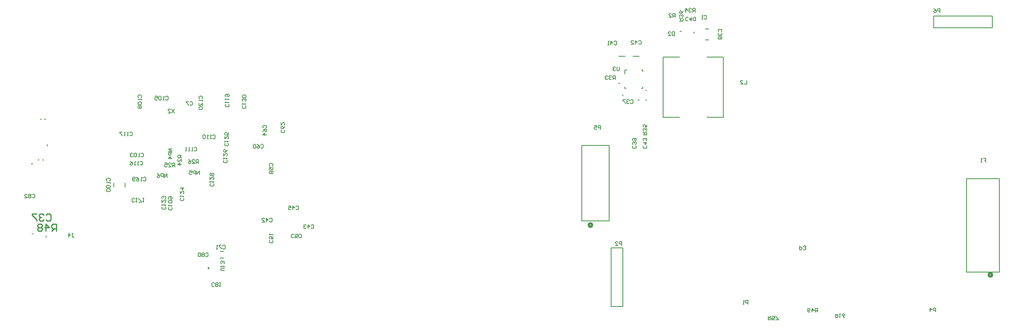
<source format=gbo>
G04*
G04 #@! TF.GenerationSoftware,Altium Limited,Altium Designer,21.6.4 (81)*
G04*
G04 Layer_Color=32896*
%FSLAX25Y25*%
%MOIN*%
G70*
G04*
G04 #@! TF.SameCoordinates,EA33D638-3998-4E8D-B273-0A36DB5C1B2A*
G04*
G04*
G04 #@! TF.FilePolarity,Positive*
G04*
G01*
G75*
%ADD51C,0.02000*%
%ADD54C,0.01000*%
%ADD149C,0.00600*%
%ADD150C,0.00984*%
%ADD152C,0.00787*%
D51*
X1012135Y143800D02*
G03*
X1012135Y143800I-1500J0D01*
G01*
X671135Y186250D02*
G03*
X671135Y186250I-1500J0D01*
G01*
D54*
X214430Y181100D02*
Y187098D01*
X211431D01*
X210431Y186098D01*
Y184099D01*
X211431Y183099D01*
X214430D01*
X212431D02*
X210431Y181100D01*
X205433D02*
Y187098D01*
X208432Y184099D01*
X204433D01*
X202434Y186098D02*
X201434Y187098D01*
X199435D01*
X198435Y186098D01*
Y185099D01*
X199435Y184099D01*
X198435Y183099D01*
Y182100D01*
X199435Y181100D01*
X201434D01*
X202434Y182100D01*
Y183099D01*
X201434Y184099D01*
X202434Y185099D01*
Y186098D01*
X201434Y184099D02*
X199435D01*
X205531Y194698D02*
X206531Y195698D01*
X208530D01*
X209530Y194698D01*
Y190700D01*
X208530Y189700D01*
X206531D01*
X205531Y190700D01*
X203532Y194698D02*
X202532Y195698D01*
X200533D01*
X199533Y194698D01*
Y193699D01*
X200533Y192699D01*
X201533D01*
X200533D01*
X199533Y191699D01*
Y190700D01*
X200533Y189700D01*
X202532D01*
X203532Y190700D01*
X197534Y195698D02*
X193535D01*
Y194698D01*
X197534Y190700D01*
Y189700D01*
D149*
X768785Y329522D02*
X782883D01*
X731483Y278122D02*
Y329522D01*
X745581D01*
X782883Y278122D02*
Y329522D01*
X768785Y278122D02*
X782883D01*
X731483D02*
X745581D01*
X990135Y146300D02*
Y225800D01*
X1018135D01*
Y146300D02*
Y225800D01*
X990135Y146300D02*
X1018135D01*
X662435Y254300D02*
X685735D01*
X662435Y189800D02*
Y254300D01*
Y189800D02*
X685735D01*
Y254300D01*
X821370Y108649D02*
Y105450D01*
X822969D01*
X823502Y105983D01*
Y107050D01*
X822969Y107583D01*
X821370D01*
X822436D02*
X823502Y108649D01*
X826701Y105450D02*
X824569D01*
Y107050D01*
X825635Y106517D01*
X826168D01*
X826701Y107050D01*
Y108116D01*
X826168Y108649D01*
X825102D01*
X824569Y108116D01*
X827768Y105450D02*
X829900D01*
Y105983D01*
X827768Y108116D01*
Y108649D01*
X863335Y112050D02*
Y115249D01*
X861736D01*
X861202Y114716D01*
Y113649D01*
X861736Y113116D01*
X863335D01*
X862269D02*
X861202Y112050D01*
X858537D02*
Y115249D01*
X860136Y113649D01*
X858003D01*
X856937Y112583D02*
X856404Y112050D01*
X855338D01*
X854805Y112583D01*
Y114716D01*
X855338Y115249D01*
X856404D01*
X856937Y114716D01*
Y114182D01*
X856404Y113649D01*
X854805D01*
X878636Y110649D02*
Y107450D01*
X880236D01*
X880769Y107983D01*
Y109050D01*
X880236Y109583D01*
X878636D01*
X879703D02*
X880769Y110649D01*
X881835D02*
X882902D01*
X882368D01*
Y107450D01*
X881835Y107983D01*
X886634Y107450D02*
X885567Y107983D01*
X884501Y109050D01*
Y110116D01*
X885034Y110649D01*
X886101D01*
X886634Y110116D01*
Y109583D01*
X886101Y109050D01*
X884501D01*
X1004635Y243149D02*
X1006768D01*
Y241550D01*
X1005701D01*
X1006768D01*
Y239950D01*
X1003569D02*
X1002502D01*
X1003036D01*
Y243149D01*
X1003569Y242616D01*
X694301Y321149D02*
Y318483D01*
X693768Y317950D01*
X692701D01*
X692168Y318483D01*
Y321149D01*
X691102Y320616D02*
X690569Y321149D01*
X689502D01*
X688969Y320616D01*
Y320083D01*
X689502Y319550D01*
X690035D01*
X689502D01*
X688969Y319017D01*
Y318483D01*
X689502Y317950D01*
X690569D01*
X691102Y318483D01*
X745536Y360284D02*
X748735D01*
Y361884D01*
X748201Y362417D01*
X747135D01*
X746602Y361884D01*
Y360284D01*
Y361351D02*
X745536Y362417D01*
X748201Y363483D02*
X748735Y364017D01*
Y365083D01*
X748201Y365616D01*
X747668D01*
X747135Y365083D01*
Y364550D01*
Y365083D01*
X746602Y365616D01*
X746069D01*
X745536Y365083D01*
Y364017D01*
X746069Y363483D01*
X748735Y368815D02*
X748201Y367749D01*
X747135Y366682D01*
X746069D01*
X745536Y367215D01*
Y368282D01*
X746069Y368815D01*
X746602D01*
X747135Y368282D01*
Y366682D01*
X714536Y263284D02*
X717734D01*
Y264884D01*
X717201Y265417D01*
X716135D01*
X715602Y264884D01*
Y263284D01*
Y264351D02*
X714536Y265417D01*
X717201Y266483D02*
X717734Y267017D01*
Y268083D01*
X717201Y268616D01*
X716668D01*
X716135Y268083D01*
Y267550D01*
Y268083D01*
X715602Y268616D01*
X715069D01*
X714536Y268083D01*
Y267017D01*
X715069Y266483D01*
X717734Y271815D02*
Y269682D01*
X716135D01*
X716668Y270749D01*
Y271282D01*
X716135Y271815D01*
X715069D01*
X714536Y271282D01*
Y270216D01*
X715069Y269682D01*
X758900Y367950D02*
Y371149D01*
X757301D01*
X756768Y370616D01*
Y369550D01*
X757301Y369017D01*
X758900D01*
X757834D02*
X756768Y367950D01*
X755701Y370616D02*
X755168Y371149D01*
X754102D01*
X753569Y370616D01*
Y370083D01*
X754102Y369550D01*
X754635D01*
X754102D01*
X753569Y369017D01*
Y368483D01*
X754102Y367950D01*
X755168D01*
X755701Y368483D01*
X750903Y367950D02*
Y371149D01*
X752502Y369550D01*
X750370D01*
X690900Y310450D02*
Y313649D01*
X689301D01*
X688768Y313116D01*
Y312050D01*
X689301Y311516D01*
X690900D01*
X689834D02*
X688768Y310450D01*
X687701Y313116D02*
X687168Y313649D01*
X686102D01*
X685569Y313116D01*
Y312583D01*
X686102Y312050D01*
X686635D01*
X686102D01*
X685569Y311516D01*
Y310983D01*
X686102Y310450D01*
X687168D01*
X687701Y310983D01*
X684502Y313116D02*
X683969Y313649D01*
X682903D01*
X682370Y313116D01*
Y312583D01*
X682903Y312050D01*
X683436D01*
X682903D01*
X682370Y311516D01*
Y310983D01*
X682903Y310450D01*
X683969D01*
X684502Y310983D01*
X741801Y363450D02*
Y366649D01*
X740201D01*
X739668Y366116D01*
Y365050D01*
X740201Y364516D01*
X741801D01*
X740734D02*
X739668Y363450D01*
X736469D02*
X738602D01*
X736469Y365583D01*
Y366116D01*
X737002Y366649D01*
X738069D01*
X738602Y366116D01*
X967735Y367650D02*
Y370849D01*
X966136D01*
X965602Y370316D01*
Y369249D01*
X966136Y368716D01*
X967735D01*
X962403Y370849D02*
X963470Y370316D01*
X964536Y369249D01*
Y368183D01*
X964003Y367650D01*
X962937D01*
X962403Y368183D01*
Y368716D01*
X962937Y369249D01*
X964536D01*
X678301Y267950D02*
Y271149D01*
X676701D01*
X676168Y270616D01*
Y269550D01*
X676701Y269017D01*
X678301D01*
X672969Y271149D02*
X675102D01*
Y269550D01*
X674036Y270083D01*
X673502D01*
X672969Y269550D01*
Y268483D01*
X673502Y267950D01*
X674569D01*
X675102Y268483D01*
X964041Y112450D02*
Y115649D01*
X962442D01*
X961908Y115116D01*
Y114050D01*
X962442Y113516D01*
X964041D01*
X959243Y112450D02*
Y115649D01*
X960842Y114050D01*
X958709D01*
X847969Y168460D02*
Y165261D01*
X849569D01*
X850102Y165794D01*
Y166861D01*
X849569Y167394D01*
X847969D01*
X851168Y165794D02*
X851701Y165261D01*
X852768D01*
X853301Y165794D01*
Y166328D01*
X852768Y166861D01*
X852234D01*
X852768D01*
X853301Y167394D01*
Y167927D01*
X852768Y168460D01*
X851701D01*
X851168Y167927D01*
X696301Y168950D02*
Y172149D01*
X694701D01*
X694168Y171616D01*
Y170550D01*
X694701Y170017D01*
X696301D01*
X690969Y168950D02*
X693102D01*
X690969Y171083D01*
Y171616D01*
X691502Y172149D01*
X692569D01*
X693102Y171616D01*
X803890Y118852D02*
Y122051D01*
X802290D01*
X801757Y121518D01*
Y120451D01*
X802290Y119918D01*
X803890D01*
X800691Y118852D02*
X799624D01*
X800158D01*
Y122051D01*
X800691Y121518D01*
X802801Y309649D02*
Y306450D01*
X800668D01*
X797469D02*
X799602D01*
X797469Y308583D01*
Y309116D01*
X798002Y309649D01*
X799069D01*
X799602Y309116D01*
X741301Y351149D02*
Y347950D01*
X739701D01*
X739168Y348483D01*
Y350616D01*
X739701Y351149D01*
X741301D01*
X735969Y347950D02*
X738102D01*
X735969Y350083D01*
Y350616D01*
X736502Y351149D01*
X737569D01*
X738102Y350616D01*
X717201Y253917D02*
X717734Y253384D01*
Y252318D01*
X717201Y251784D01*
X715069D01*
X714536Y252318D01*
Y253384D01*
X715069Y253917D01*
X714536Y256583D02*
X717734D01*
X716135Y254983D01*
Y257116D01*
X717201Y258182D02*
X717734Y258716D01*
Y259782D01*
X717201Y260315D01*
X716668D01*
X716135Y259782D01*
Y259249D01*
Y259782D01*
X715602Y260315D01*
X715069D01*
X714536Y259782D01*
Y258716D01*
X715069Y258182D01*
X710768Y343116D02*
X711301Y343649D01*
X712367D01*
X712900Y343116D01*
Y340983D01*
X712367Y340450D01*
X711301D01*
X710768Y340983D01*
X708102Y340450D02*
Y343649D01*
X709701Y342050D01*
X707569D01*
X704370Y340450D02*
X706502D01*
X704370Y342583D01*
Y343116D01*
X704903Y343649D01*
X705969D01*
X706502Y343116D01*
X689735Y342616D02*
X690268Y343149D01*
X691334D01*
X691867Y342616D01*
Y340483D01*
X691334Y339950D01*
X690268D01*
X689735Y340483D01*
X687069Y339950D02*
Y343149D01*
X688668Y341550D01*
X686536D01*
X685469Y339950D02*
X684403D01*
X684936D01*
Y343149D01*
X685469Y342616D01*
X753002Y360983D02*
X752469Y360450D01*
X751403D01*
X750870Y360983D01*
Y363116D01*
X751403Y363649D01*
X752469D01*
X753002Y363116D01*
X755668Y363649D02*
Y360450D01*
X754069Y362050D01*
X756201D01*
X757268Y360983D02*
X757801Y360450D01*
X758867D01*
X759400Y360983D01*
Y363116D01*
X758867Y363649D01*
X757801D01*
X757268Y363116D01*
Y360983D01*
X708201Y253917D02*
X708735Y253384D01*
Y252318D01*
X708201Y251784D01*
X706069D01*
X705536Y252318D01*
Y253384D01*
X706069Y253917D01*
X708201Y254983D02*
X708735Y255517D01*
Y256583D01*
X708201Y257116D01*
X707668D01*
X707135Y256583D01*
Y256050D01*
Y256583D01*
X706602Y257116D01*
X706069D01*
X705536Y256583D01*
Y255517D01*
X706069Y254983D01*
Y258182D02*
X705536Y258716D01*
Y259782D01*
X706069Y260315D01*
X708201D01*
X708735Y259782D01*
Y258716D01*
X708201Y258182D01*
X707668D01*
X707135Y258716D01*
Y260315D01*
X779069Y351182D02*
X778536Y351715D01*
Y352782D01*
X779069Y353315D01*
X781201D01*
X781735Y352782D01*
Y351715D01*
X781201Y351182D01*
X779069Y350116D02*
X778536Y349583D01*
Y348517D01*
X779069Y347983D01*
X779602D01*
X780135Y348517D01*
Y349050D01*
Y348517D01*
X780668Y347983D01*
X781201D01*
X781735Y348517D01*
Y349583D01*
X781201Y350116D01*
X779069Y346917D02*
X778536Y346384D01*
Y345318D01*
X779069Y344784D01*
X779602D01*
X780135Y345318D01*
X780668Y344784D01*
X781201D01*
X781735Y345318D01*
Y346384D01*
X781201Y346917D01*
X780668D01*
X780135Y346384D01*
X779602Y346917D01*
X779069D01*
X780135Y346384D02*
Y345318D01*
X703768Y292616D02*
X704301Y293149D01*
X705367D01*
X705900Y292616D01*
Y290483D01*
X705367Y289950D01*
X704301D01*
X703768Y290483D01*
X702701Y292616D02*
X702168Y293149D01*
X701102D01*
X700569Y292616D01*
Y292083D01*
X701102Y291550D01*
X701635D01*
X701102D01*
X700569Y291017D01*
Y290483D01*
X701102Y289950D01*
X702168D01*
X702701Y290483D01*
X699502Y293149D02*
X697370D01*
Y292616D01*
X699502Y290483D01*
Y289950D01*
X766635Y364616D02*
X767168Y365149D01*
X768234D01*
X768768Y364616D01*
Y362483D01*
X768234Y361950D01*
X767168D01*
X766635Y362483D01*
X765569Y361950D02*
X764502D01*
X765035D01*
Y365149D01*
X765569Y364616D01*
X314796Y285100D02*
X312663Y281901D01*
Y285100D02*
X314796Y281901D01*
X309464D02*
X311597D01*
X309464Y284033D01*
Y284566D01*
X309997Y285100D01*
X311064D01*
X311597Y284566D01*
X328163Y291066D02*
X328696Y291599D01*
X329763D01*
X330296Y291066D01*
Y288934D01*
X329763Y288401D01*
X328696D01*
X328163Y288934D01*
X327097Y291599D02*
X324964D01*
Y291066D01*
X327097Y288934D01*
Y288401D01*
X193763Y212066D02*
X194296Y212599D01*
X195362D01*
X195895Y212066D01*
Y209934D01*
X195362Y209401D01*
X194296D01*
X193763Y209934D01*
X192696Y212066D02*
X192163Y212599D01*
X191097D01*
X190564Y212066D01*
Y211533D01*
X191097Y211000D01*
X190564Y210467D01*
Y209934D01*
X191097Y209401D01*
X192163D01*
X192696Y209934D01*
Y210467D01*
X192163Y211000D01*
X192696Y211533D01*
Y212066D01*
X192163Y211000D02*
X191097D01*
X187365Y209401D02*
X189497D01*
X187365Y211533D01*
Y212066D01*
X187898Y212599D01*
X188964D01*
X189497Y212066D01*
X357729Y147375D02*
X355064D01*
X354531Y147908D01*
Y148975D01*
X355064Y149508D01*
X357729D01*
X354531Y150574D02*
Y151641D01*
Y151107D01*
X357729D01*
X357196Y150574D01*
Y153240D02*
X357729Y153773D01*
Y154840D01*
X357196Y155373D01*
X356663D01*
X356130Y154840D01*
Y154306D01*
Y154840D01*
X355597Y155373D01*
X355064D01*
X354531Y154840D01*
Y153773D01*
X355064Y153240D01*
X281013Y206434D02*
X280480Y205901D01*
X279414D01*
X278880Y206434D01*
Y208566D01*
X279414Y209100D01*
X280480D01*
X281013Y208566D01*
X282079Y209100D02*
X283146D01*
X282613D01*
Y205901D01*
X282079Y206434D01*
X284745Y205901D02*
X286878D01*
Y206434D01*
X284745Y208566D01*
Y209100D01*
X287944D02*
X289011D01*
X288477D01*
Y205901D01*
X287944Y206434D01*
X288411Y226566D02*
X288944Y227099D01*
X290010D01*
X290544Y226566D01*
Y224434D01*
X290010Y223901D01*
X288944D01*
X288411Y224434D01*
X287345Y223901D02*
X286278D01*
X286811D01*
Y227099D01*
X287345Y226566D01*
X282546Y227099D02*
X283613Y226566D01*
X284679Y225500D01*
Y224434D01*
X284146Y223901D01*
X283079D01*
X282546Y224434D01*
Y224967D01*
X283079Y225500D01*
X284679D01*
X281480Y224434D02*
X280947Y223901D01*
X279880D01*
X279347Y224434D01*
Y226566D01*
X279880Y227099D01*
X280947D01*
X281480Y226566D01*
Y226033D01*
X280947Y225500D01*
X279347D01*
X335395Y238900D02*
Y242099D01*
X333796D01*
X333263Y241566D01*
Y240500D01*
X333796Y239967D01*
X335395D01*
X334329D02*
X333263Y238900D01*
X330064D02*
X332196D01*
X330064Y241033D01*
Y241566D01*
X330597Y242099D01*
X331663D01*
X332196Y241566D01*
X326865Y242099D02*
X327931Y241566D01*
X328997Y240500D01*
Y239434D01*
X328464Y238900D01*
X327398D01*
X326865Y239434D01*
Y239967D01*
X327398Y240500D01*
X328997D01*
X315211Y235900D02*
Y239100D01*
X313611D01*
X313078Y238566D01*
Y237500D01*
X313611Y236967D01*
X315211D01*
X314144D02*
X313078Y235900D01*
X309879D02*
X312012D01*
X309879Y238033D01*
Y238566D01*
X310412Y239100D01*
X311479D01*
X312012Y238566D01*
X306680Y239100D02*
X308813D01*
Y237500D01*
X307747Y238033D01*
X307213D01*
X306680Y237500D01*
Y236434D01*
X307213Y235900D01*
X308280D01*
X308813Y236434D01*
X321045Y245765D02*
X317846D01*
Y244166D01*
X318379Y243633D01*
X319445D01*
X319979Y244166D01*
Y245765D01*
Y244699D02*
X321045Y243633D01*
Y240434D02*
Y242566D01*
X318912Y240434D01*
X318379D01*
X317846Y240967D01*
Y242033D01*
X318379Y242566D01*
X321045Y237768D02*
X317846D01*
X319445Y239367D01*
Y237235D01*
X308711Y226901D02*
Y230100D01*
X306578Y226901D01*
Y230100D01*
X305512Y226901D02*
Y230100D01*
X303912D01*
X303379Y229566D01*
Y228500D01*
X303912Y227967D01*
X305512D01*
X300180Y230100D02*
X301247Y229566D01*
X302313Y228500D01*
Y227434D01*
X301780Y226901D01*
X300713D01*
X300180Y227434D01*
Y227967D01*
X300713Y228500D01*
X302313D01*
X336211Y229400D02*
Y232599D01*
X334078Y229400D01*
Y232599D01*
X333012Y229400D02*
Y232599D01*
X331412D01*
X330879Y232066D01*
Y231000D01*
X331412Y230467D01*
X333012D01*
X327680Y232599D02*
X329813D01*
Y231000D01*
X328747Y231533D01*
X328213D01*
X327680Y231000D01*
Y229934D01*
X328213Y229400D01*
X329280D01*
X329813Y229934D01*
X313045Y251265D02*
X309846D01*
X313045Y249133D01*
X309846D01*
X313045Y248066D02*
X309846D01*
Y246467D01*
X310379Y245934D01*
X311445D01*
X311979Y246467D01*
Y248066D01*
X313045Y243268D02*
X309846D01*
X311445Y244867D01*
Y242735D01*
X227479Y179100D02*
X228545D01*
X228012D01*
Y176434D01*
X228545Y175900D01*
X229078D01*
X229611Y176434D01*
X224813Y175900D02*
Y179100D01*
X226412Y177500D01*
X224280D01*
X375512Y288035D02*
X376045Y287501D01*
Y286435D01*
X375512Y285902D01*
X373379D01*
X372846Y286435D01*
Y287501D01*
X373379Y288035D01*
X372846Y289101D02*
Y290167D01*
Y289634D01*
X376045D01*
X375512Y289101D01*
Y291767D02*
X376045Y292300D01*
Y293366D01*
X375512Y293899D01*
X374979D01*
X374446Y293366D01*
Y292833D01*
Y293366D01*
X373912Y293899D01*
X373379D01*
X372846Y293366D01*
Y292300D01*
X373379Y291767D01*
X375512Y294966D02*
X376045Y295499D01*
Y296565D01*
X375512Y297098D01*
X373379D01*
X372846Y296565D01*
Y295499D01*
X373379Y294966D01*
X375512D01*
X348012Y221534D02*
X348545Y221001D01*
Y219935D01*
X348012Y219402D01*
X345879D01*
X345346Y219935D01*
Y221001D01*
X345879Y221534D01*
X345346Y222601D02*
Y223667D01*
Y223134D01*
X348545D01*
X348012Y222601D01*
X345346Y227399D02*
Y225267D01*
X347479Y227399D01*
X348012D01*
X348545Y226866D01*
Y225800D01*
X348012Y225267D01*
Y228466D02*
X348545Y228999D01*
Y230065D01*
X348012Y230598D01*
X347479D01*
X346946Y230065D01*
X346412Y230598D01*
X345879D01*
X345346Y230065D01*
Y228999D01*
X345879Y228466D01*
X346412D01*
X346946Y228999D01*
X347479Y228466D01*
X348012D01*
X346946Y228999D02*
Y230065D01*
X359512Y241534D02*
X360045Y241001D01*
Y239935D01*
X359512Y239402D01*
X357379D01*
X356846Y239935D01*
Y241001D01*
X357379Y241534D01*
X356846Y242601D02*
Y243667D01*
Y243134D01*
X360045D01*
X359512Y242601D01*
X356846Y247399D02*
Y245267D01*
X358979Y247399D01*
X359512D01*
X360045Y246866D01*
Y245800D01*
X359512Y245267D01*
X360045Y250598D02*
X359512Y249532D01*
X358446Y248465D01*
X357379D01*
X356846Y248999D01*
Y250065D01*
X357379Y250598D01*
X357912D01*
X358446Y250065D01*
Y248465D01*
X360512Y256034D02*
X361045Y255501D01*
Y254435D01*
X360512Y253902D01*
X358379D01*
X357846Y254435D01*
Y255501D01*
X358379Y256034D01*
X357846Y257101D02*
Y258167D01*
Y257634D01*
X361045D01*
X360512Y257101D01*
X357846Y261899D02*
Y259767D01*
X359979Y261899D01*
X360512D01*
X361045Y261366D01*
Y260300D01*
X360512Y259767D01*
X361045Y265098D02*
Y262965D01*
X359446D01*
X359979Y264032D01*
Y264565D01*
X359446Y265098D01*
X358379D01*
X357846Y264565D01*
Y263499D01*
X358379Y262965D01*
X322512Y209353D02*
X323045Y208820D01*
Y207754D01*
X322512Y207221D01*
X320379D01*
X319846Y207754D01*
Y208820D01*
X320379Y209353D01*
X319846Y210420D02*
Y211486D01*
Y210953D01*
X323045D01*
X322512Y210420D01*
X319846Y215218D02*
Y213086D01*
X321979Y215218D01*
X322512D01*
X323045Y214685D01*
Y213619D01*
X322512Y213086D01*
X319846Y217884D02*
X323045D01*
X321445Y216284D01*
Y218417D01*
X307012Y201853D02*
X307545Y201320D01*
Y200254D01*
X307012Y199721D01*
X304879D01*
X304346Y200254D01*
Y201320D01*
X304879Y201853D01*
X304346Y202920D02*
Y203986D01*
Y203453D01*
X307545D01*
X307012Y202920D01*
X304346Y207718D02*
Y205586D01*
X306479Y207718D01*
X307012D01*
X307545Y207185D01*
Y206119D01*
X307012Y205586D01*
Y208784D02*
X307545Y209318D01*
Y210384D01*
X307012Y210917D01*
X306479D01*
X305945Y210384D01*
Y209851D01*
Y210384D01*
X305412Y210917D01*
X304879D01*
X304346Y210384D01*
Y209318D01*
X304879Y208784D01*
X336379Y293966D02*
X335846Y294499D01*
Y295565D01*
X336379Y296098D01*
X338512D01*
X339045Y295565D01*
Y294499D01*
X338512Y293966D01*
X339045Y292899D02*
Y291833D01*
Y292366D01*
X335846D01*
X336379Y292899D01*
X339045Y288101D02*
Y290233D01*
X336912Y288101D01*
X336379D01*
X335846Y288634D01*
Y289700D01*
X336379Y290233D01*
Y287035D02*
X335846Y286501D01*
Y285435D01*
X336379Y284902D01*
X338512D01*
X339045Y285435D01*
Y286501D01*
X338512Y287035D01*
X336379D01*
X361012Y289301D02*
X361545Y288768D01*
Y287702D01*
X361012Y287168D01*
X358879D01*
X358346Y287702D01*
Y288768D01*
X358879Y289301D01*
X358346Y290367D02*
Y291434D01*
Y290900D01*
X361545D01*
X361012Y290367D01*
X358346Y293033D02*
Y294099D01*
Y293566D01*
X361545D01*
X361012Y293033D01*
X358879Y295699D02*
X358346Y296232D01*
Y297299D01*
X358879Y297832D01*
X361012D01*
X361545Y297299D01*
Y296232D01*
X361012Y295699D01*
X360479D01*
X359946Y296232D01*
Y297832D01*
X276829Y265066D02*
X277362Y265599D01*
X278428D01*
X278961Y265066D01*
Y262934D01*
X278428Y262401D01*
X277362D01*
X276829Y262934D01*
X275763Y262401D02*
X274696D01*
X275229D01*
Y265599D01*
X275763Y265066D01*
X273097Y262401D02*
X272030D01*
X272564D01*
Y265599D01*
X273097Y265066D01*
X270431Y265599D02*
X268298D01*
Y265066D01*
X270431Y262934D01*
Y262401D01*
X285644Y240066D02*
X286178Y240599D01*
X287244D01*
X287777Y240066D01*
Y237934D01*
X287244Y237401D01*
X286178D01*
X285644Y237934D01*
X284578Y237401D02*
X283512D01*
X284045D01*
Y240599D01*
X284578Y240066D01*
X281912Y237401D02*
X280846D01*
X281379D01*
Y240599D01*
X281912Y240066D01*
X277114Y240599D02*
X278180Y240066D01*
X279246Y239000D01*
Y237934D01*
X278713Y237401D01*
X277647D01*
X277114Y237934D01*
Y238467D01*
X277647Y239000D01*
X279246D01*
X331796Y252066D02*
X332329Y252600D01*
X333395D01*
X333928Y252066D01*
Y249934D01*
X333395Y249400D01*
X332329D01*
X331796Y249934D01*
X330729Y249400D02*
X329663D01*
X330196D01*
Y252600D01*
X330729Y252066D01*
X328064Y249400D02*
X326997D01*
X327530D01*
Y252600D01*
X328064Y252066D01*
X325398Y249400D02*
X324331D01*
X324865D01*
Y252600D01*
X325398Y252066D01*
X347644Y262566D02*
X348178Y263100D01*
X349244D01*
X349777Y262566D01*
Y260434D01*
X349244Y259900D01*
X348178D01*
X347644Y260434D01*
X346578Y259900D02*
X345512D01*
X346045D01*
Y263100D01*
X346578Y262566D01*
X343912Y259900D02*
X342846D01*
X343379D01*
Y263100D01*
X343912Y262566D01*
X341247D02*
X340713Y263100D01*
X339647D01*
X339114Y262566D01*
Y260434D01*
X339647Y259900D01*
X340713D01*
X341247Y260434D01*
Y262566D01*
X312512Y201353D02*
X313045Y200820D01*
Y199754D01*
X312512Y199221D01*
X310379D01*
X309846Y199754D01*
Y200820D01*
X310379Y201353D01*
X309846Y202420D02*
Y203486D01*
Y202953D01*
X313045D01*
X312512Y202420D01*
Y205085D02*
X313045Y205619D01*
Y206685D01*
X312512Y207218D01*
X310379D01*
X309846Y206685D01*
Y205619D01*
X310379Y205085D01*
X312512D01*
X310379Y208284D02*
X309846Y208818D01*
Y209884D01*
X310379Y210417D01*
X312512D01*
X313045Y209884D01*
Y208818D01*
X312512Y208284D01*
X311979D01*
X311445Y208818D01*
Y210417D01*
X284379Y294966D02*
X283846Y295499D01*
Y296565D01*
X284379Y297098D01*
X286512D01*
X287045Y296565D01*
Y295499D01*
X286512Y294966D01*
X287045Y293899D02*
Y292833D01*
Y293366D01*
X283846D01*
X284379Y293899D01*
Y291233D02*
X283846Y290700D01*
Y289634D01*
X284379Y289101D01*
X286512D01*
X287045Y289634D01*
Y290700D01*
X286512Y291233D01*
X284379D01*
Y288035D02*
X283846Y287501D01*
Y286435D01*
X284379Y285902D01*
X284912D01*
X285445Y286435D01*
X285979Y285902D01*
X286512D01*
X287045Y286435D01*
Y287501D01*
X286512Y288035D01*
X285979D01*
X285445Y287501D01*
X284912Y288035D01*
X284379D01*
X285445Y287501D02*
Y286435D01*
X307411Y295566D02*
X307944Y296099D01*
X309011D01*
X309544Y295566D01*
Y293434D01*
X309011Y292900D01*
X307944D01*
X307411Y293434D01*
X306345Y292900D02*
X305278D01*
X305812D01*
Y296099D01*
X306345Y295566D01*
X303679D02*
X303146Y296099D01*
X302079D01*
X301546Y295566D01*
Y293434D01*
X302079Y292900D01*
X303146D01*
X303679Y293434D01*
Y295566D01*
X298347Y296099D02*
X300480D01*
Y294500D01*
X299414Y295033D01*
X298880D01*
X298347Y294500D01*
Y293434D01*
X298880Y292900D01*
X299947D01*
X300480Y293434D01*
X286411Y247066D02*
X286944Y247600D01*
X288011D01*
X288544Y247066D01*
Y244934D01*
X288011Y244401D01*
X286944D01*
X286411Y244934D01*
X285345Y244401D02*
X284278D01*
X284811D01*
Y247600D01*
X285345Y247066D01*
X282679D02*
X282146Y247600D01*
X281079D01*
X280546Y247066D01*
Y244934D01*
X281079Y244401D01*
X282146D01*
X282679Y244934D01*
Y247066D01*
X279480D02*
X278947Y247600D01*
X277880D01*
X277347Y247066D01*
Y246533D01*
X277880Y246000D01*
X278414D01*
X277880D01*
X277347Y245467D01*
Y244934D01*
X277880Y244401D01*
X278947D01*
X279480Y244934D01*
X257564Y223966D02*
X257030Y224499D01*
Y225565D01*
X257564Y226098D01*
X259696D01*
X260229Y225565D01*
Y224499D01*
X259696Y223966D01*
X260229Y222899D02*
Y221833D01*
Y222366D01*
X257030D01*
X257564Y222899D01*
Y220233D02*
X257030Y219700D01*
Y218634D01*
X257564Y218101D01*
X259696D01*
X260229Y218634D01*
Y219700D01*
X259696Y220233D01*
X257564D01*
Y217035D02*
X257030Y216501D01*
Y215435D01*
X257564Y214902D01*
X259696D01*
X260229Y215435D01*
Y216501D01*
X259696Y217035D01*
X257564D01*
X349030Y134434D02*
X348497Y133900D01*
X347431D01*
X346898Y134434D01*
Y136566D01*
X347431Y137100D01*
X348497D01*
X349030Y136566D01*
X350097Y134434D02*
X350630Y133900D01*
X351696D01*
X352229Y134434D01*
Y134967D01*
X351696Y135500D01*
X352229Y136033D01*
Y136566D01*
X351696Y137100D01*
X350630D01*
X350097Y136566D01*
Y136033D01*
X350630Y135500D01*
X350097Y134967D01*
Y134434D01*
X350630Y135500D02*
X351696D01*
X353296Y137100D02*
X354362D01*
X353829D01*
Y133900D01*
X353296Y134434D01*
X341578Y162066D02*
X342111Y162600D01*
X343178D01*
X343711Y162066D01*
Y159934D01*
X343178Y159400D01*
X342111D01*
X341578Y159934D01*
X340512Y162066D02*
X339979Y162600D01*
X338912D01*
X338379Y162066D01*
Y161533D01*
X338912Y161000D01*
X338379Y160467D01*
Y159934D01*
X338912Y159400D01*
X339979D01*
X340512Y159934D01*
Y160467D01*
X339979Y161000D01*
X340512Y161533D01*
Y162066D01*
X339979Y161000D02*
X338912D01*
X337313Y162066D02*
X336780Y162600D01*
X335713D01*
X335180Y162066D01*
Y159934D01*
X335713Y159400D01*
X336780D01*
X337313Y159934D01*
Y162066D01*
X356045Y168566D02*
X356578Y169099D01*
X357644D01*
X358178Y168566D01*
Y166434D01*
X357644Y165901D01*
X356578D01*
X356045Y166434D01*
X354979Y169099D02*
X352846D01*
Y168566D01*
X354979Y166434D01*
Y165901D01*
X351780D02*
X350713D01*
X351247D01*
Y169099D01*
X351780Y168566D01*
X390879Y269133D02*
X390346Y269666D01*
Y270732D01*
X390879Y271265D01*
X393012D01*
X393545Y270732D01*
Y269666D01*
X393012Y269133D01*
X390346Y265934D02*
X390879Y267000D01*
X391946Y268066D01*
X393012D01*
X393545Y267533D01*
Y266467D01*
X393012Y265934D01*
X392479D01*
X391946Y266467D01*
Y268066D01*
X393545Y263268D02*
X390346D01*
X391946Y264867D01*
Y262735D01*
X408512Y267367D02*
X409045Y266834D01*
Y265768D01*
X408512Y265235D01*
X406379D01*
X405846Y265768D01*
Y266834D01*
X406379Y267367D01*
X409045Y270566D02*
X408512Y269500D01*
X407445Y268434D01*
X406379D01*
X405846Y268967D01*
Y270033D01*
X406379Y270566D01*
X406912D01*
X407445Y270033D01*
Y268434D01*
X405846Y273765D02*
Y271633D01*
X407979Y273765D01*
X408512D01*
X409045Y273232D01*
Y272166D01*
X408512Y271633D01*
X388578Y254566D02*
X389111Y255100D01*
X390178D01*
X390711Y254566D01*
Y252434D01*
X390178Y251901D01*
X389111D01*
X388578Y252434D01*
X385379Y255100D02*
X386445Y254566D01*
X387512Y253500D01*
Y252434D01*
X386979Y251901D01*
X385912D01*
X385379Y252434D01*
Y252967D01*
X385912Y253500D01*
X387512D01*
X384313Y254566D02*
X383780Y255100D01*
X382713D01*
X382180Y254566D01*
Y252434D01*
X382713Y251901D01*
X383780D01*
X384313Y252434D01*
Y254566D01*
X396379Y236633D02*
X395846Y237166D01*
Y238232D01*
X396379Y238765D01*
X398512D01*
X399045Y238232D01*
Y237166D01*
X398512Y236633D01*
X395846Y233434D02*
Y235566D01*
X397446D01*
X396912Y234500D01*
Y233967D01*
X397446Y233434D01*
X398512D01*
X399045Y233967D01*
Y235033D01*
X398512Y235566D01*
X396379Y232367D02*
X395846Y231834D01*
Y230768D01*
X396379Y230235D01*
X396912D01*
X397446Y230768D01*
X397979Y230235D01*
X398512D01*
X399045Y230768D01*
Y231834D01*
X398512Y232367D01*
X397979D01*
X397446Y231834D01*
X396912Y232367D01*
X396379D01*
X397446Y231834D02*
Y230768D01*
X398512Y173400D02*
X399045Y172867D01*
Y171801D01*
X398512Y171268D01*
X396379D01*
X395846Y171801D01*
Y172867D01*
X396379Y173400D01*
X399045Y176600D02*
Y174467D01*
X397446D01*
X397979Y175533D01*
Y176066D01*
X397446Y176600D01*
X396379D01*
X395846Y176066D01*
Y175000D01*
X396379Y174467D01*
X395846Y177666D02*
Y178732D01*
Y178199D01*
X399045D01*
X398512Y177666D01*
X416813Y175934D02*
X416280Y175400D01*
X415213D01*
X414680Y175934D01*
Y178066D01*
X415213Y178600D01*
X416280D01*
X416813Y178066D01*
X420012Y175400D02*
X417879D01*
Y177000D01*
X418946Y176467D01*
X419479D01*
X420012Y177000D01*
Y178066D01*
X419479Y178600D01*
X418412D01*
X417879Y178066D01*
X421078Y175934D02*
X421611Y175400D01*
X422678D01*
X423211Y175934D01*
Y178066D01*
X422678Y178600D01*
X421611D01*
X421078Y178066D01*
Y175934D01*
X418578Y202066D02*
X419111Y202600D01*
X420178D01*
X420711Y202066D01*
Y199934D01*
X420178Y199400D01*
X419111D01*
X418578Y199934D01*
X415912Y199400D02*
Y202600D01*
X417512Y201000D01*
X415379D01*
X412180Y202600D02*
X414313D01*
Y201000D01*
X413246Y201533D01*
X412713D01*
X412180Y201000D01*
Y199934D01*
X412713Y199400D01*
X413780D01*
X414313Y199934D01*
X431578Y186066D02*
X432111Y186600D01*
X433178D01*
X433711Y186066D01*
Y183934D01*
X433178Y183400D01*
X432111D01*
X431578Y183934D01*
X428912Y183400D02*
Y186600D01*
X430512Y185000D01*
X428379D01*
X427313Y186066D02*
X426780Y186600D01*
X425713D01*
X425180Y186066D01*
Y185533D01*
X425713Y185000D01*
X426247D01*
X425713D01*
X425180Y184467D01*
Y183934D01*
X425713Y183400D01*
X426780D01*
X427313Y183934D01*
X396078Y191566D02*
X396611Y192099D01*
X397678D01*
X398211Y191566D01*
Y189434D01*
X397678Y188900D01*
X396611D01*
X396078Y189434D01*
X393412Y188900D02*
Y192099D01*
X395012Y190500D01*
X392879D01*
X389680Y188900D02*
X391813D01*
X389680Y191033D01*
Y191566D01*
X390213Y192099D01*
X391280D01*
X391813Y191566D01*
D150*
X344622Y149500D02*
G03*
X344622Y149500I-492J0D01*
G01*
D152*
X698856Y315223D02*
Y318373D01*
X700568D01*
X698856Y302821D02*
Y304002D01*
Y302821D02*
X700037D01*
X713225D02*
X714406D01*
Y304002D01*
X713225Y318372D02*
X714406D01*
Y317191D02*
Y318372D01*
X746044Y351380D02*
X747226D01*
X716544Y301219D02*
X717726D01*
X757966Y349959D02*
Y351140D01*
X693544Y307219D02*
X694726D01*
X716544Y292719D02*
X717726D01*
X706076Y330050D02*
X711194D01*
X694076D02*
X699194D01*
X710044Y292719D02*
X711226D01*
X697304Y296459D02*
Y297640D01*
X962179Y354637D02*
Y364637D01*
Y354637D02*
X1012179D01*
X962179Y364637D02*
X1012179D01*
Y354637D02*
Y364637D01*
X687435Y116960D02*
X697435D01*
Y166960D01*
X687435Y116960D02*
Y166960D01*
X697435D01*
X767624Y353475D02*
X770774D01*
X767624Y344026D02*
X770774D01*
X204039Y276331D02*
X205221D01*
X200539D02*
X201720D01*
X198539Y241669D02*
X199721D01*
X202539D02*
X203720D01*
X206461Y253909D02*
Y255091D01*
X192944Y238635D02*
X194125D01*
X193539Y178669D02*
X194720D01*
X205461Y175909D02*
Y177091D01*
X272854Y218925D02*
Y222075D01*
X263405Y218925D02*
Y222075D01*
X353871Y163953D02*
X357020D01*
X353871Y158047D02*
X357020D01*
M02*

</source>
